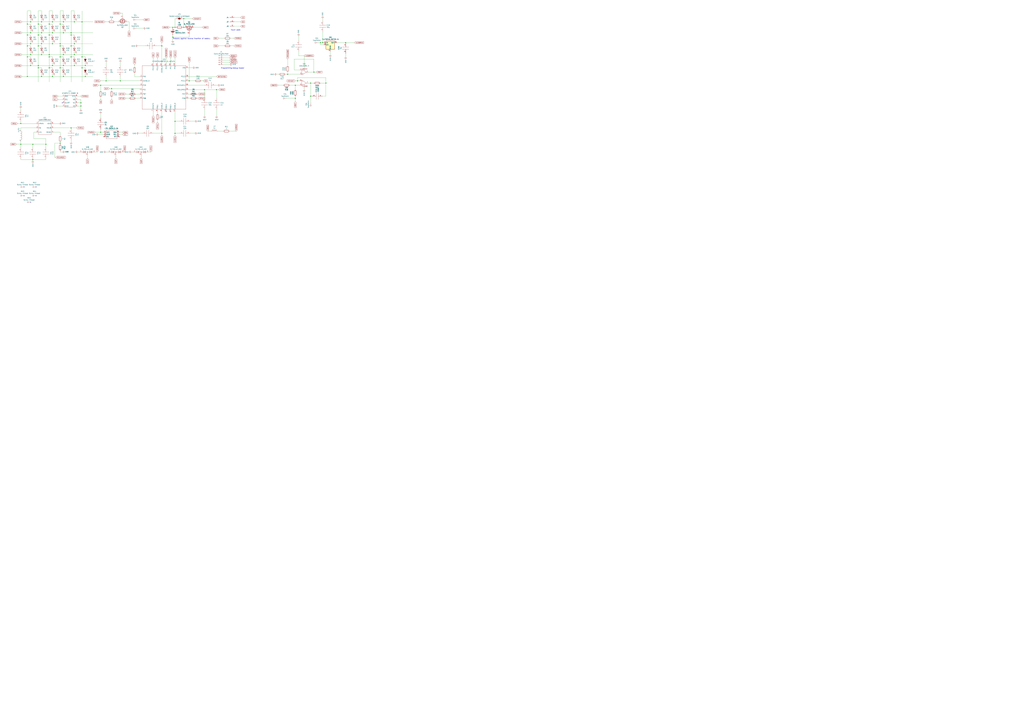
<source format=kicad_sch>
(kicad_sch (version 20200506) (host eeschema "(5.99.0-1555-g464399a0c)")
  (page "A0")
  (junction (at 200.66 31.75))
  (junction (at 203.2 140.97))
  (junction (at 372.11 49.53))
  (junction (at 95.25 78.74))
  (junction (at 44.45 78.74))
  (junction (at 60.96 25.4))
  (junction (at 99.06 76.2))
  (junction (at 139.7 93.98))
  (junction (at 360.68 96.52))
  (junction (at 73.66 25.4))
  (junction (at 342.9 99.06))
  (junction (at 219.71 93.98))
  (junction (at 213.36 21.59))
  (junction (at 86.36 25.4))
  (junction (at 73.66 76.2))
  (junction (at 60.96 76.2))
  (junction (at 35.56 76.2))
  (junction (at 44.45 40.64))
  (junction (at 82.55 38.1))
  (junction (at 24.13 167.64))
  (junction (at 401.32 49.53))
  (junction (at 93.98 123.19))
  (junction (at 200.66 43.18))
  (junction (at 38.1 185.42))
  (junction (at 187.96 53.34))
  (junction (at 82.55 53.34))
  (junction (at 364.49 83.82))
  (junction (at 31.75 27.94))
  (junction (at 60.96 50.8))
  (junction (at 31.75 40.64))
  (junction (at 116.84 153.67))
  (junction (at 57.15 63.5))
  (junction (at 73.66 63.5))
  (junction (at 48.26 25.4))
  (junction (at 95.25 66.04))
  (junction (at 360.68 111.76))
  (junction (at 60.96 38.1))
  (junction (at 86.36 63.5))
  (junction (at 86.36 50.8))
  (junction (at 86.36 76.2))
  (junction (at 345.44 93.98))
  (junction (at 129.54 102.87))
  (junction (at 342.9 114.3))
  (junction (at 44.45 27.94))
  (junction (at 69.85 166.37))
  (junction (at 44.45 53.34))
  (junction (at 95.25 25.4))
  (junction (at 203.2 31.75))
  (junction (at 60.96 88.9))
  (junction (at 82.55 66.04))
  (junction (at 73.66 88.9))
  (junction (at 57.15 66.04))
  (junction (at 69.85 66.04))
  (junction (at 31.75 66.04))
  (junction (at 35.56 63.5))
  (junction (at 48.26 50.8))
  (junction (at 31.75 53.34))
  (junction (at 48.26 63.5))
  (junction (at 73.66 38.1))
  (junction (at 82.55 148.59))
  (junction (at 35.56 38.1))
  (junction (at 35.56 25.4))
  (junction (at 99.06 88.9))
  (junction (at 69.85 27.94))
  (junction (at 57.15 78.74))
  (junction (at 69.85 50.8))
  (junction (at 251.46 104.14))
  (junction (at 334.01 86.36))
  (junction (at 31.75 88.9))
  (junction (at 35.56 50.8))
  (junction (at 53.34 167.64))
  (junction (at 48.26 88.9))
  (junction (at 48.26 38.1))
  (junction (at 93.98 119.38))
  (junction (at 69.85 78.74))
  (junction (at 57.15 40.64))
  (junction (at 203.2 154.94))
  (junction (at 374.65 49.53))
  (junction (at 44.45 76.2))
  (junction (at 57.15 27.94))
  (junction (at 237.49 104.14))
  (junction (at 38.1 167.64))
  (junction (at 69.85 53.34))
  (junction (at 123.19 93.98))
  (junction (at 24.13 143.51))
  (junction (at 82.55 40.64))
  (junction (at 116.84 99.06))
  (junction (at 213.36 31.75))
  (junction (at 378.46 96.52))
  (junction (at 187.96 154.94))
  (no_connect (at 27.94 227.33))
  (no_connect (at 72.39 119.38))
  (no_connect (at 41.91 217.17))
  (no_connect (at 35.56 234.95))
  (no_connect (at 138.43 158.75))
  (no_connect (at 193.04 129.54))
  (no_connect (at 198.12 129.54))
  (no_connect (at 41.91 227.33))
  (no_connect (at 27.94 217.17))
  (wire (pts (xy 19.05 167.64) (xy 24.13 167.64)))
  (wire (pts (xy 24.13 128.27) (xy 24.13 125.73)))
  (wire (pts (xy 24.13 140.97) (xy 24.13 143.51)))
  (wire (pts (xy 24.13 143.51) (xy 20.32 143.51)))
  (wire (pts (xy 24.13 148.59) (xy 24.13 151.13)))
  (wire (pts (xy 24.13 163.83) (xy 24.13 167.64)))
  (wire (pts (xy 24.13 167.64) (xy 38.1 167.64)))
  (wire (pts (xy 24.13 171.45) (xy 24.13 167.64)))
  (wire (pts (xy 24.13 184.15) (xy 24.13 185.42)))
  (wire (pts (xy 24.13 185.42) (xy 38.1 185.42)))
  (wire (pts (xy 25.4 25.4) (xy 35.56 25.4)))
  (wire (pts (xy 25.4 38.1) (xy 35.56 38.1)))
  (wire (pts (xy 25.4 50.8) (xy 35.56 50.8)))
  (wire (pts (xy 25.4 63.5) (xy 35.56 63.5)))
  (wire (pts (xy 25.4 76.2) (xy 35.56 76.2)))
  (wire (pts (xy 25.4 88.9) (xy 31.75 88.9)))
  (wire (pts (xy 31.75 12.7) (xy 31.75 27.94)))
  (wire (pts (xy 31.75 12.7) (xy 35.56 12.7)))
  (wire (pts (xy 31.75 27.94) (xy 31.75 40.64)))
  (wire (pts (xy 31.75 40.64) (xy 31.75 53.34)))
  (wire (pts (xy 31.75 53.34) (xy 31.75 66.04)))
  (wire (pts (xy 31.75 53.34) (xy 35.56 53.34)))
  (wire (pts (xy 31.75 66.04) (xy 31.75 88.9)))
  (wire (pts (xy 31.75 66.04) (xy 35.56 66.04)))
  (wire (pts (xy 31.75 88.9) (xy 48.26 88.9)))
  (wire (pts (xy 35.56 12.7) (xy 35.56 15.24)))
  (wire (pts (xy 35.56 22.86) (xy 35.56 25.4)))
  (wire (pts (xy 35.56 25.4) (xy 48.26 25.4)))
  (wire (pts (xy 35.56 27.94) (xy 31.75 27.94)))
  (wire (pts (xy 35.56 35.56) (xy 35.56 38.1)))
  (wire (pts (xy 35.56 38.1) (xy 48.26 38.1)))
  (wire (pts (xy 35.56 40.64) (xy 31.75 40.64)))
  (wire (pts (xy 35.56 48.26) (xy 35.56 50.8)))
  (wire (pts (xy 35.56 50.8) (xy 48.26 50.8)))
  (wire (pts (xy 35.56 60.96) (xy 35.56 63.5)))
  (wire (pts (xy 35.56 63.5) (xy 48.26 63.5)))
  (wire (pts (xy 35.56 73.66) (xy 35.56 76.2)))
  (wire (pts (xy 35.56 76.2) (xy 44.45 76.2)))
  (wire (pts (xy 38.1 167.64) (xy 38.1 171.45)))
  (wire (pts (xy 38.1 167.64) (xy 53.34 167.64)))
  (wire (pts (xy 38.1 184.15) (xy 38.1 185.42)))
  (wire (pts (xy 38.1 185.42) (xy 38.1 186.69)))
  (wire (pts (xy 39.37 153.67) (xy 41.91 153.67)))
  (wire (pts (xy 39.37 161.29) (xy 39.37 153.67)))
  (wire (pts (xy 41.91 143.51) (xy 24.13 143.51)))
  (wire (pts (xy 41.91 148.59) (xy 24.13 148.59)))
  (wire (pts (xy 44.45 12.7) (xy 44.45 27.94)))
  (wire (pts (xy 44.45 12.7) (xy 48.26 12.7)))
  (wire (pts (xy 44.45 27.94) (xy 44.45 40.64)))
  (wire (pts (xy 44.45 27.94) (xy 48.26 27.94)))
  (wire (pts (xy 44.45 40.64) (xy 44.45 53.34)))
  (wire (pts (xy 44.45 40.64) (xy 48.26 40.64)))
  (wire (pts (xy 44.45 53.34) (xy 44.45 76.2)))
  (wire (pts (xy 44.45 53.34) (xy 48.26 53.34)))
  (wire (pts (xy 44.45 76.2) (xy 44.45 78.74)))
  (wire (pts (xy 44.45 76.2) (xy 60.96 76.2)))
  (wire (pts (xy 44.45 78.74) (xy 44.45 95.25)))
  (wire (pts (xy 44.45 78.74) (xy 48.26 78.74)))
  (wire (pts (xy 48.26 12.7) (xy 48.26 15.24)))
  (wire (pts (xy 48.26 22.86) (xy 48.26 25.4)))
  (wire (pts (xy 48.26 25.4) (xy 60.96 25.4)))
  (wire (pts (xy 48.26 35.56) (xy 48.26 38.1)))
  (wire (pts (xy 48.26 38.1) (xy 60.96 38.1)))
  (wire (pts (xy 48.26 48.26) (xy 48.26 50.8)))
  (wire (pts (xy 48.26 50.8) (xy 60.96 50.8)))
  (wire (pts (xy 48.26 60.96) (xy 48.26 63.5)))
  (wire (pts (xy 48.26 63.5) (xy 57.15 63.5)))
  (wire (pts (xy 48.26 86.36) (xy 48.26 88.9)))
  (wire (pts (xy 48.26 88.9) (xy 60.96 88.9)))
  (wire (pts (xy 53.34 161.29) (xy 39.37 161.29)))
  (wire (pts (xy 53.34 167.64) (xy 53.34 161.29)))
  (wire (pts (xy 53.34 167.64) (xy 53.34 171.45)))
  (wire (pts (xy 53.34 184.15) (xy 53.34 185.42)))
  (wire (pts (xy 53.34 185.42) (xy 38.1 185.42)))
  (wire (pts (xy 57.15 12.7) (xy 57.15 27.94)))
  (wire (pts (xy 57.15 12.7) (xy 60.96 12.7)))
  (wire (pts (xy 57.15 27.94) (xy 57.15 40.64)))
  (wire (pts (xy 57.15 40.64) (xy 57.15 63.5)))
  (wire (pts (xy 57.15 63.5) (xy 57.15 66.04)))
  (wire (pts (xy 57.15 63.5) (xy 73.66 63.5)))
  (wire (pts (xy 57.15 66.04) (xy 57.15 78.74)))
  (wire (pts (xy 57.15 66.04) (xy 60.96 66.04)))
  (wire (pts (xy 57.15 78.74) (xy 57.15 95.25)))
  (wire (pts (xy 57.15 78.74) (xy 60.96 78.74)))
  (wire (pts (xy 60.96 12.7) (xy 60.96 15.24)))
  (wire (pts (xy 60.96 22.86) (xy 60.96 25.4)))
  (wire (pts (xy 60.96 25.4) (xy 73.66 25.4)))
  (wire (pts (xy 60.96 27.94) (xy 57.15 27.94)))
  (wire (pts (xy 60.96 35.56) (xy 60.96 38.1)))
  (wire (pts (xy 60.96 38.1) (xy 73.66 38.1)))
  (wire (pts (xy 60.96 40.64) (xy 57.15 40.64)))
  (wire (pts (xy 60.96 48.26) (xy 60.96 50.8)))
  (wire (pts (xy 60.96 50.8) (xy 69.85 50.8)))
  (wire (pts (xy 60.96 73.66) (xy 60.96 76.2)))
  (wire (pts (xy 60.96 76.2) (xy 73.66 76.2)))
  (wire (pts (xy 60.96 86.36) (xy 60.96 88.9)))
  (wire (pts (xy 60.96 88.9) (xy 73.66 88.9)))
  (wire (pts (xy 62.23 143.51) (xy 68.58 143.51)))
  (wire (pts (xy 62.23 148.59) (xy 82.55 148.59)))
  (wire (pts (xy 62.23 153.67) (xy 69.85 153.67)))
  (wire (pts (xy 63.5 166.37) (xy 69.85 166.37)))
  (wire (pts (xy 63.5 182.88) (xy 63.5 166.37)))
  (wire (pts (xy 64.77 182.88) (xy 63.5 182.88)))
  (wire (pts (xy 69.85 12.7) (xy 69.85 27.94)))
  (wire (pts (xy 69.85 12.7) (xy 73.66 12.7)))
  (wire (pts (xy 69.85 27.94) (xy 69.85 50.8)))
  (wire (pts (xy 69.85 50.8) (xy 69.85 53.34)))
  (wire (pts (xy 69.85 50.8) (xy 86.36 50.8)))
  (wire (pts (xy 69.85 53.34) (xy 69.85 66.04)))
  (wire (pts (xy 69.85 53.34) (xy 73.66 53.34)))
  (wire (pts (xy 69.85 66.04) (xy 69.85 78.74)))
  (wire (pts (xy 69.85 78.74) (xy 69.85 95.25)))
  (wire (pts (xy 69.85 78.74) (xy 73.66 78.74)))
  (wire (pts (xy 69.85 153.67) (xy 69.85 157.48)))
  (wire (pts (xy 69.85 165.1) (xy 69.85 166.37)))
  (wire (pts (xy 69.85 166.37) (xy 69.85 167.64)))
  (wire (pts (xy 69.85 175.26) (xy 69.85 176.53)))
  (wire (pts (xy 69.85 176.53) (xy 72.39 176.53)))
  (wire (pts (xy 72.39 111.76) (xy 67.31 111.76)))
  (wire (pts (xy 72.39 115.57) (xy 67.31 115.57)))
  (wire (pts (xy 72.39 123.19) (xy 67.31 123.19)))
  (wire (pts (xy 73.66 12.7) (xy 73.66 15.24)))
  (wire (pts (xy 73.66 22.86) (xy 73.66 25.4)))
  (wire (pts (xy 73.66 25.4) (xy 86.36 25.4)))
  (wire (pts (xy 73.66 27.94) (xy 69.85 27.94)))
  (wire (pts (xy 73.66 35.56) (xy 73.66 38.1)))
  (wire (pts (xy 73.66 38.1) (xy 82.55 38.1)))
  (wire (pts (xy 73.66 60.96) (xy 73.66 63.5)))
  (wire (pts (xy 73.66 63.5) (xy 86.36 63.5)))
  (wire (pts (xy 73.66 66.04) (xy 69.85 66.04)))
  (wire (pts (xy 73.66 73.66) (xy 73.66 76.2)))
  (wire (pts (xy 73.66 76.2) (xy 86.36 76.2)))
  (wire (pts (xy 73.66 86.36) (xy 73.66 88.9)))
  (wire (pts (xy 73.66 88.9) (xy 99.06 88.9)))
  (wire (pts (xy 82.55 12.7) (xy 82.55 38.1)))
  (wire (pts (xy 82.55 12.7) (xy 86.36 12.7)))
  (wire (pts (xy 82.55 38.1) (xy 82.55 40.64)))
  (wire (pts (xy 82.55 38.1) (xy 107.95 38.1)))
  (wire (pts (xy 82.55 40.64) (xy 82.55 53.34)))
  (wire (pts (xy 82.55 40.64) (xy 86.36 40.64)))
  (wire (pts (xy 82.55 53.34) (xy 82.55 66.04)))
  (wire (pts (xy 82.55 66.04) (xy 82.55 95.25)))
  (wire (pts (xy 82.55 66.04) (xy 86.36 66.04)))
  (wire (pts (xy 82.55 148.59) (xy 82.55 149.86)))
  (wire (pts (xy 82.55 148.59) (xy 88.9 148.59)))
  (wire (pts (xy 82.55 162.56) (xy 82.55 165.1)))
  (wire (pts (xy 86.36 12.7) (xy 86.36 15.24)))
  (wire (pts (xy 86.36 22.86) (xy 86.36 25.4)))
  (wire (pts (xy 86.36 25.4) (xy 95.25 25.4)))
  (wire (pts (xy 86.36 48.26) (xy 86.36 50.8)))
  (wire (pts (xy 86.36 50.8) (xy 107.95 50.8)))
  (wire (pts (xy 86.36 53.34) (xy 82.55 53.34)))
  (wire (pts (xy 86.36 60.96) (xy 86.36 63.5)))
  (wire (pts (xy 86.36 63.5) (xy 107.95 63.5)))
  (wire (pts (xy 86.36 73.66) (xy 86.36 76.2)))
  (wire (pts (xy 86.36 76.2) (xy 99.06 76.2)))
  (wire (pts (xy 90.17 111.76) (xy 93.98 111.76)))
  (wire (pts (xy 90.17 115.57) (xy 93.98 115.57)))
  (wire (pts (xy 92.71 176.53) (xy 90.17 176.53)))
  (wire (pts (xy 93.98 115.57) (xy 93.98 119.38)))
  (wire (pts (xy 93.98 119.38) (xy 90.17 119.38)))
  (wire (pts (xy 93.98 119.38) (xy 93.98 123.19)))
  (wire (pts (xy 93.98 123.19) (xy 90.17 123.19)))
  (wire (pts (xy 93.98 123.19) (xy 93.98 127)))
  (wire (pts (xy 95.25 12.7) (xy 95.25 25.4)))
  (wire (pts (xy 95.25 25.4) (xy 95.25 66.04)))
  (wire (pts (xy 95.25 25.4) (xy 107.95 25.4)))
  (wire (pts (xy 95.25 66.04) (xy 95.25 78.74)))
  (wire (pts (xy 95.25 66.04) (xy 99.06 66.04)))
  (wire (pts (xy 95.25 78.74) (xy 95.25 95.25)))
  (wire (pts (xy 95.25 78.74) (xy 99.06 78.74)))
  (wire (pts (xy 99.06 73.66) (xy 99.06 76.2)))
  (wire (pts (xy 99.06 76.2) (xy 107.95 76.2)))
  (wire (pts (xy 99.06 86.36) (xy 99.06 88.9)))
  (wire (pts (xy 99.06 88.9) (xy 107.95 88.9)))
  (wire (pts (xy 101.6 180.34) (xy 101.6 184.15)))
  (wire (pts (xy 110.49 176.53) (xy 113.03 176.53)))
  (wire (pts (xy 114.3 99.06) (xy 116.84 99.06)))
  (wire (pts (xy 114.3 156.21) (xy 120.65 156.21)))
  (wire (pts (xy 116.84 99.06) (xy 116.84 105.41)))
  (wire (pts (xy 116.84 113.03) (xy 116.84 115.57)))
  (wire (pts (xy 116.84 137.16) (xy 116.84 132.08)))
  (wire (pts (xy 116.84 149.86) (xy 116.84 153.67)))
  (wire (pts (xy 116.84 153.67) (xy 110.49 153.67)))
  (wire (pts (xy 120.65 153.67) (xy 116.84 153.67)))
  (wire (pts (xy 123.19 76.2) (xy 123.19 72.39)))
  (wire (pts (xy 123.19 88.9) (xy 123.19 93.98)))
  (wire (pts (xy 123.19 93.98) (xy 116.84 93.98)))
  (wire (pts (xy 125.73 25.4) (xy 121.92 25.4)))
  (wire (pts (xy 125.73 176.53) (xy 123.19 176.53)))
  (wire (pts (xy 129.54 102.87) (xy 127 102.87)))
  (wire (pts (xy 129.54 102.87) (xy 162.56 102.87)))
  (wire (pts (xy 129.54 105.41) (xy 129.54 102.87)))
  (wire (pts (xy 129.54 113.03) (xy 129.54 115.57)))
  (wire (pts (xy 133.35 25.4) (xy 137.16 25.4)))
  (wire (pts (xy 134.62 180.34) (xy 134.62 184.15)))
  (wire (pts (xy 138.43 153.67) (xy 142.24 153.67)))
  (wire (pts (xy 138.43 156.21) (xy 142.24 156.21)))
  (wire (pts (xy 139.7 76.2) (xy 139.7 72.39)))
  (wire (pts (xy 139.7 88.9) (xy 139.7 93.98)))
  (wire (pts (xy 139.7 93.98) (xy 123.19 93.98)))
  (wire (pts (xy 142.24 15.24) (xy 139.7 15.24)))
  (wire (pts (xy 142.24 17.78) (xy 142.24 15.24)))
  (wire (pts (xy 143.51 176.53) (xy 144.78 176.53)))
  (wire (pts (xy 146.05 109.22) (xy 149.86 109.22)))
  (wire (pts (xy 146.05 114.3) (xy 149.86 114.3)))
  (wire (pts (xy 147.32 25.4) (xy 149.86 25.4)))
  (wire (pts (xy 149.86 25.4) (xy 149.86 35.56)))
  (wire (pts (xy 154.94 176.53) (xy 152.4 176.53)))
  (wire (pts (xy 156.21 74.93) (xy 156.21 77.47)))
  (wire (pts (xy 156.21 85.09) (xy 156.21 88.9)))
  (wire (pts (xy 156.21 88.9) (xy 162.56 88.9)))
  (wire (pts (xy 157.48 109.22) (xy 162.56 109.22)))
  (wire (pts (xy 157.48 114.3) (xy 162.56 114.3)))
  (wire (pts (xy 158.75 22.86) (xy 166.37 22.86)))
  (wire (pts (xy 158.75 33.02) (xy 166.37 33.02)))
  (wire (pts (xy 160.02 53.34) (xy 168.91 53.34)))
  (wire (pts (xy 161.29 154.94) (xy 165.1 154.94)))
  (wire (pts (xy 162.56 93.98) (xy 139.7 93.98)))
  (wire (pts (xy 162.56 99.06) (xy 116.84 99.06)))
  (wire (pts (xy 162.56 102.87) (xy 162.56 104.14)))
  (wire (pts (xy 163.83 180.34) (xy 163.83 184.15)))
  (wire (pts (xy 172.72 176.53) (xy 175.26 176.53)))
  (wire (pts (xy 177.8 73.66) (xy 177.8 67.31)))
  (wire (pts (xy 177.8 129.54) (xy 177.8 134.62)))
  (wire (pts (xy 177.8 154.94) (xy 187.96 154.94)))
  (wire (pts (xy 181.61 53.34) (xy 187.96 53.34)))
  (wire (pts (xy 182.88 73.66) (xy 182.88 67.31)))
  (wire (pts (xy 182.88 129.54) (xy 182.88 132.08)))
  (wire (pts (xy 182.88 139.7) (xy 182.88 142.24)))
  (wire (pts (xy 186.69 53.34) (xy 187.96 53.34)))
  (wire (pts (xy 187.96 49.53) (xy 187.96 53.34)))
  (wire (pts (xy 187.96 53.34) (xy 187.96 73.66)))
  (wire (pts (xy 187.96 129.54) (xy 187.96 154.94)))
  (wire (pts (xy 187.96 154.94) (xy 187.96 157.48)))
  (wire (pts (xy 193.04 73.66) (xy 193.04 67.31)))
  (wire (pts (xy 196.85 31.75) (xy 200.66 31.75)))
  (wire (pts (xy 198.12 67.31) (xy 198.12 73.66)))
  (wire (pts (xy 200.66 31.75) (xy 203.2 31.75)))
  (wire (pts (xy 200.66 33.02) (xy 200.66 31.75)))
  (wire (pts (xy 200.66 40.64) (xy 200.66 43.18)))
  (wire (pts (xy 200.66 43.18) (xy 200.66 46.99)))
  (wire (pts (xy 203.2 21.59) (xy 203.2 31.75)))
  (wire (pts (xy 203.2 31.75) (xy 204.47 31.75)))
  (wire (pts (xy 203.2 67.31) (xy 203.2 73.66)))
  (wire (pts (xy 203.2 129.54) (xy 203.2 140.97)))
  (wire (pts (xy 203.2 140.97) (xy 203.2 154.94)))
  (wire (pts (xy 203.2 140.97) (xy 208.28 140.97)))
  (wire (pts (xy 203.2 154.94) (xy 203.2 157.48)))
  (wire (pts (xy 204.47 21.59) (xy 203.2 21.59)))
  (wire (pts (xy 208.28 154.94) (xy 203.2 154.94)))
  (wire (pts (xy 212.09 21.59) (xy 213.36 21.59)))
  (wire (pts (xy 212.09 31.75) (xy 213.36 31.75)))
  (wire (pts (xy 213.36 21.59) (xy 213.36 31.75)))
  (wire (pts (xy 213.36 31.75) (xy 214.63 31.75)))
  (wire (pts (xy 218.44 78.74) (xy 223.52 78.74)))
  (wire (pts (xy 218.44 88.9) (xy 251.46 88.9)))
  (wire (pts (xy 218.44 93.98) (xy 219.71 93.98)))
  (wire (pts (xy 218.44 99.06) (xy 237.49 99.06)))
  (wire (pts (xy 218.44 104.14) (xy 237.49 104.14)))
  (wire (pts (xy 218.44 109.22) (xy 220.98 109.22)))
  (wire (pts (xy 218.44 114.3) (xy 220.98 114.3)))
  (wire (pts (xy 219.71 43.18) (xy 200.66 43.18)))
  (wire (pts (xy 219.71 43.18) (xy 219.71 39.37)))
  (wire (pts (xy 219.71 93.98) (xy 219.71 72.39)))
  (wire (pts (xy 219.71 93.98) (xy 226.06 93.98)))
  (wire (pts (xy 220.98 140.97) (xy 226.06 140.97)))
  (wire (pts (xy 220.98 154.94) (xy 226.06 154.94)))
  (wire (pts (xy 223.52 21.59) (xy 213.36 21.59)))
  (wire (pts (xy 224.79 31.75) (xy 234.95 31.75)))
  (wire (pts (xy 228.6 109.22) (xy 229.87 109.22)))
  (wire (pts (xy 228.6 114.3) (xy 229.87 114.3)))
  (wire (pts (xy 233.68 93.98) (xy 236.22 93.98)))
  (wire (pts (xy 237.49 104.14) (xy 237.49 114.3)))
  (wire (pts (xy 237.49 104.14) (xy 251.46 104.14)))
  (wire (pts (xy 237.49 127) (xy 237.49 134.62)))
  (wire (pts (xy 245.11 152.4) (xy 241.3 152.4)))
  (wire (pts (xy 250.19 99.06) (xy 252.73 99.06)))
  (wire (pts (xy 251.46 104.14) (xy 251.46 114.3)))
  (wire (pts (xy 251.46 104.14) (xy 254 104.14)))
  (wire (pts (xy 251.46 127) (xy 251.46 134.62)))
  (wire (pts (xy 252.73 152.4) (xy 259.08 152.4)))
  (wire (pts (xy 254 44.45) (xy 260.35 44.45)))
  (wire (pts (xy 254 53.34) (xy 260.35 53.34)))
  (wire (pts (xy 259.08 64.77) (xy 266.7 64.77)))
  (wire (pts (xy 259.08 67.31) (xy 266.7 67.31)))
  (wire (pts (xy 259.08 69.85) (xy 266.7 69.85)))
  (wire (pts (xy 259.08 72.39) (xy 266.7 72.39)))
  (wire (pts (xy 259.08 74.93) (xy 266.7 74.93)))
  (wire (pts (xy 266.7 152.4) (xy 274.32 152.4)))
  (wire (pts (xy 267.97 44.45) (xy 271.78 44.45)))
  (wire (pts (xy 267.97 53.34) (xy 271.78 53.34)))
  (wire (pts (xy 271.78 20.32) (xy 279.4 20.32)))
  (wire (pts (xy 271.78 25.4) (xy 279.4 25.4)))
  (wire (pts (xy 271.78 30.48) (xy 279.4 30.48)))
  (wire (pts (xy 321.31 86.36) (xy 323.85 86.36)))
  (wire (pts (xy 322.58 99.06) (xy 328.93 99.06)))
  (wire (pts (xy 331.47 86.36) (xy 334.01 86.36)))
  (wire (pts (xy 332.74 114.3) (xy 342.9 114.3)))
  (wire (pts (xy 334.01 68.58) (xy 334.01 76.2)))
  (wire (pts (xy 334.01 83.82) (xy 334.01 86.36)))
  (wire (pts (xy 334.01 86.36) (xy 347.98 86.36)))
  (wire (pts (xy 336.55 99.06) (xy 342.9 99.06)))
  (wire (pts (xy 341.63 68.58) (xy 341.63 81.28)))
  (wire (pts (xy 341.63 81.28) (xy 347.98 81.28)))
  (wire (pts (xy 342.9 93.98) (xy 345.44 93.98)))
  (wire (pts (xy 342.9 99.06) (xy 342.9 104.14)))
  (wire (pts (xy 342.9 99.06) (xy 347.98 99.06)))
  (wire (pts (xy 342.9 111.76) (xy 342.9 114.3)))
  (wire (pts (xy 342.9 114.3) (xy 342.9 118.11)))
  (wire (pts (xy 345.44 90.17) (xy 378.46 90.17)))
  (wire (pts (xy 345.44 93.98) (xy 345.44 90.17)))
  (wire (pts (xy 345.44 93.98) (xy 347.98 93.98)))
  (wire (pts (xy 346.71 41.91) (xy 346.71 46.99)))
  (wire (pts (xy 346.71 59.69) (xy 346.71 64.77)))
  (wire (pts (xy 346.71 64.77) (xy 353.06 64.77)))
  (wire (pts (xy 353.06 64.77) (xy 353.06 78.74)))
  (wire (pts (xy 353.06 101.6) (xy 353.06 104.14)))
  (wire (pts (xy 358.14 83.82) (xy 364.49 83.82)))
  (wire (pts (xy 358.14 96.52) (xy 360.68 96.52)))
  (wire (pts (xy 360.68 96.52) (xy 360.68 111.76)))
  (wire (pts (xy 360.68 96.52) (xy 364.49 96.52)))
  (wire (pts (xy 360.68 111.76) (xy 360.68 119.38)))
  (wire (pts (xy 360.68 111.76) (xy 361.95 111.76)))
  (wire (pts (xy 364.49 68.58) (xy 341.63 68.58)))
  (wire (pts (xy 364.49 83.82) (xy 364.49 68.58)))
  (wire (pts (xy 364.49 83.82) (xy 367.03 83.82)))
  (wire (pts (xy 369.57 49.53) (xy 372.11 49.53)))
  (wire (pts (xy 372.11 49.53) (xy 372.11 52.07)))
  (wire (pts (xy 372.11 52.07) (xy 375.92 52.07)))
  (wire (pts (xy 372.11 96.52) (xy 378.46 96.52)))
  (wire (pts (xy 374.65 21.59) (xy 374.65 24.13)))
  (wire (pts (xy 374.65 36.83) (xy 374.65 49.53)))
  (wire (pts (xy 374.65 49.53) (xy 372.11 49.53)))
  (wire (pts (xy 374.65 111.76) (xy 378.46 111.76)))
  (wire (pts (xy 375.92 49.53) (xy 374.65 49.53)))
  (wire (pts (xy 378.46 90.17) (xy 378.46 96.52)))
  (wire (pts (xy 378.46 96.52) (xy 378.46 111.76)))
  (wire (pts (xy 383.54 59.69) (xy 383.54 63.5)))
  (wire (pts (xy 391.16 49.53) (xy 401.32 49.53)))
  (wire (pts (xy 401.32 49.53) (xy 411.48 49.53)))
  (wire (pts (xy 401.32 62.23) (xy 401.32 66.04)))
  (text "Protects against reverse insertion of battery" (at 200.66 45.72 0) (effects (font (size 1.27 1.27)) (justify left bottom)))
  (text "Programming/debug header" (at 256.54 80.01 0) (effects (font (size 1.27 1.27)) (justify left bottom)))
  (text "Touch pads" (at 267.97 35.56 0) (effects (font (size 1.27 1.27)) (justify left bottom)))
  (global_label "VBAT" (shape input) (at 19.05 167.64 180))
  (global_label "VREG" (shape input) (at 20.32 143.51 180))
  (global_label "DPIN1" (shape input) (at 25.4 25.4 180))
  (global_label "DPIN2" (shape input) (at 25.4 38.1 180))
  (global_label "DPIN3" (shape input) (at 25.4 50.8 180))
  (global_label "DPIN4" (shape input) (at 25.4 63.5 180))
  (global_label "DPIN5" (shape input) (at 25.4 76.2 180))
  (global_label "DPIN6" (shape input) (at 25.4 88.9 180))
  (global_label "REGMODE" (shape input) (at 64.77 182.88 0))
  (global_label "SDA" (shape input) (at 67.31 111.76 180))
  (global_label "SCL" (shape input) (at 67.31 115.57 180))
  (global_label "PVREG" (shape input) (at 88.9 148.59 0))
  (global_label "PVREG" (shape input) (at 93.98 111.76 0))
  (global_label "S1P" (shape input) (at 101.6 184.15 270))
  (global_label "PVREG" (shape input) (at 110.49 153.67 180))
  (global_label "VREG" (shape input) (at 113.03 176.53 90))
  (global_label "S2P" (shape input) (at 114.3 99.06 180))
  (global_label "VREG" (shape input) (at 116.84 93.98 180))
  (global_label "S2" (shape input) (at 116.84 115.57 270))
  (global_label "BATSENSE" (shape input) (at 121.92 25.4 180))
  (global_label "S1P" (shape input) (at 127 102.87 180))
  (global_label "S1" (shape input) (at 129.54 115.57 270))
  (global_label "S2P" (shape input) (at 134.62 184.15 270))
  (global_label "DPIN3" (shape input) (at 139.7 15.24 180))
  (global_label "SDA" (shape input) (at 142.24 153.67 0))
  (global_label "SCL" (shape input) (at 142.24 156.21 0))
  (global_label "VREG" (shape input) (at 144.78 176.53 90))
  (global_label "DPIN4" (shape input) (at 146.05 109.22 180))
  (global_label "DPIN5" (shape input) (at 146.05 114.3 180))
  (global_label "VBAT" (shape input) (at 149.86 35.56 270))
  (global_label "DPIN6" (shape input) (at 156.21 74.93 90))
  (global_label "S3P" (shape input) (at 163.83 184.15 270))
  (global_label "VBAT" (shape input) (at 166.37 22.86 0))
  (global_label "VREG" (shape input) (at 175.26 176.53 90))
  (global_label "SCL" (shape input) (at 177.8 67.31 90))
  (global_label "RESET" (shape input) (at 177.8 134.62 270))
  (global_label "SDA" (shape input) (at 182.88 67.31 90))
  (global_label "DPIN1" (shape input) (at 182.88 142.24 270))
  (global_label "VREG" (shape input) (at 187.96 49.53 90))
  (global_label "AVREG" (shape input) (at 187.96 157.48 270))
  (global_label "REGMODE" (shape input) (at 193.04 67.31 90))
  (global_label "VBATO" (shape input) (at 196.85 31.75 180))
  (global_label "SWDIO" (shape input) (at 198.12 67.31 90))
  (global_label "SWCLK" (shape input) (at 203.2 67.31 90))
  (global_label "AVREG" (shape input) (at 203.2 157.48 270))
  (global_label "S3P" (shape input) (at 219.71 72.39 90))
  (global_label "VSHUNT" (shape input) (at 223.52 21.59 0))
  (global_label "DPIN3" (shape input) (at 229.87 109.22 0))
  (global_label "DPIN2" (shape input) (at 229.87 114.3 0))
  (global_label "VBAT" (shape input) (at 234.95 31.75 0))
  (global_label "S3" (shape input) (at 236.22 93.98 0))
  (global_label "VREG" (shape input) (at 241.3 152.4 90))
  (global_label "BATSENSE" (shape input) (at 251.46 88.9 0))
  (global_label "SCL" (shape input) (at 254 44.45 180))
  (global_label "SDA" (shape input) (at 254 53.34 180))
  (global_label "VREG" (shape input) (at 254 104.14 0))
  (global_label "RESET" (shape input) (at 266.7 64.77 0))
  (global_label "VREG" (shape input) (at 266.7 67.31 0))
  (global_label "SWDIO" (shape input) (at 266.7 69.85 0))
  (global_label "SWCLK" (shape input) (at 266.7 72.39 0))
  (global_label "PVREG" (shape input) (at 271.78 44.45 0))
  (global_label "PVREG" (shape input) (at 271.78 53.34 0))
  (global_label "AVREG" (shape input) (at 274.32 152.4 90))
  (global_label "S3" (shape input) (at 279.4 20.32 0))
  (global_label "S2" (shape input) (at 279.4 25.4 0))
  (global_label "S1" (shape input) (at 279.4 30.48 0))
  (global_label "VBATO" (shape input) (at 322.58 99.06 180))
  (global_label "VREGUSB" (shape input) (at 334.01 68.58 90))
  (global_label "VSHUNT" (shape input) (at 342.9 93.98 180))
  (global_label "VREF" (shape input) (at 342.9 118.11 270))
  (global_label "VUSBREG" (shape input) (at 353.06 64.77 0))
  (global_label "VREF" (shape input) (at 367.03 83.82 0))
  (global_label "VUSBREG" (shape input) (at 411.48 49.53 0))
  (symbol (lib_id "Connector:TestPoint") (at 27.94 217.17 90) (unit 1)
    (property "Reference" "MH1" (at 26.1112 212.217 90))
    (property "Value" "Screw thread" (at 26.1112 214.5284 90))
    (property "Footprint" "mlm:97730306330R" (effects hide))
    (property "MPN" "97730306330R" (effects hide))
  )
  (symbol (lib_id "Connector:TestPoint") (at 27.94 227.33 90) (unit 1)
    (property "Reference" "MH3" (at 26.1112 222.377 90))
    (property "Value" "Screw thread" (at 26.1112 224.6884 90))
    (property "Footprint" "mlm:97730306330R" (effects hide))
    (property "MPN" "97730306330R" (effects hide))
  )
  (symbol (lib_id "Connector:TestPoint") (at 35.56 234.95 90) (unit 1)
    (property "Reference" "MH5" (at 33.7312 229.997 90))
    (property "Value" "Screw thread" (at 33.7312 232.3084 90))
    (property "Footprint" "mlm:97730306330R" (effects hide))
    (property "MPN" "97730306330R" (effects hide))
  )
  (symbol (lib_id "Connector:TestPoint") (at 41.91 217.17 90) (unit 1)
    (property "Reference" "MH2" (at 40.0812 212.217 90))
    (property "Value" "Screw thread" (at 40.0812 214.5284 90))
    (property "Footprint" "mlm:97730306330R" (effects hide))
    (property "MPN" "97730306330R" (effects hide))
  )
  (symbol (lib_id "Connector:TestPoint") (at 41.91 227.33 90) (unit 1)
    (property "Reference" "MH4" (at 40.0812 222.377 90))
    (property "Value" "Screw thread" (at 40.0812 224.6884 90))
    (property "Footprint" "mlm:97730306330R" (effects hide))
    (property "MPN" "97730306330R" (effects hide))
  )
  (symbol (lib_id "Connector:TestPoint") (at 158.75 22.86 90) (unit 1)
    (property "Reference" "TP1" (at 156.9212 17.907 90))
    (property "Value" "TestPoint" (at 156.9212 20.2184 90))
    (property "Footprint" "TestPoint:TestPoint_Pad_D1.5mm" (effects hide))
  )
  (symbol (lib_id "Connector:TestPoint") (at 158.75 33.02 90) (unit 1)
    (property "Reference" "TP2" (at 156.9212 28.067 90))
    (property "Value" "TestPoint" (at 156.9212 30.3784 90))
    (property "Footprint" "TestPoint:TestPoint_Pad_D1.5mm" (effects hide))
  )
  (symbol (lib_name "Connector:TestPoint_3") (lib_id "Connector:TestPoint") (at 332.74 114.3 90) (unit 1)
    (property "Reference" "TP4" (at 330.8985 109.4548 90))
    (property "Value" "TestPoint" (at 330.8985 111.7535 90))
    (property "Footprint" "TestPoint:TestPoint_Pad_D1.5mm" (effects hide))
  )
  (symbol (lib_name "Connector:TestPoint_1") (lib_id "Connector:TestPoint") (at 360.68 119.38 180) (unit 1)
    (property "Reference" "TP5" (at 355.8348 121.2215 90))
    (property "Value" "TestPoint" (at 358.1335 121.2215 90))
    (property "Footprint" "TestPoint:TestPoint_Pad_D1.5mm" (effects hide))
  )
  (symbol (lib_name "Connector:TestPoint_2") (lib_id "Connector:TestPoint") (at 369.57 49.53 90) (unit 1)
    (property "Reference" "TP3" (at 367.7285 44.6848 90))
    (property "Value" "TestPoint" (at 367.7285 46.9835 90))
    (property "Footprint" "TestPoint:TestPoint_Pad_3.0x3.0mm" (effects hide))
  )
  (symbol (lib_id "power:GND") (at 24.13 125.73 180) (unit 1)
    (property "Reference" "#PWR01" (effects hide))
    (property "Value" "GND" (at 24.003 122.4788 90) (effects (justify right)))
  )
  (symbol (lib_id "power:GND") (at 38.1 186.69 0) (unit 1)
    (property "Reference" "#PWR03" (effects hide))
    (property "Value" "GND" (at 38.227 189.9412 90) (effects (justify right)))
  )
  (symbol (lib_id "power:GND") (at 67.31 123.19 270) (unit 1)
    (property "Reference" "#PWR0103" (effects hide))
    (property "Value" "GND" (at 62.9158 123.317 0))
  )
  (symbol (lib_id "power:GND") (at 68.58 143.51 90) (unit 1)
    (property "Reference" "#PWR04" (effects hide))
    (property "Value" "GND" (at 71.8312 143.383 90) (effects (justify right)))
  )
  (symbol (lib_id "power:GND") (at 72.39 176.53 90) (unit 1)
    (property "Reference" "#PWR0102" (effects hide))
    (property "Value" "GND" (at 75.6412 176.403 90) (effects (justify right)))
  )
  (symbol (lib_id "power:GND") (at 82.55 165.1 0) (unit 1)
    (property "Reference" "#PWR06" (effects hide))
    (property "Value" "GND" (at 82.677 168.3512 90) (effects (justify right)))
  )
  (symbol (lib_id "power:GND") (at 90.17 176.53 270) (unit 1)
    (property "Reference" "#PWR0104" (effects hide))
    (property "Value" "GND" (at 86.9188 176.657 90) (effects (justify right)))
  )
  (symbol (lib_id "power:GND") (at 93.98 127 0) (unit 1)
    (property "Reference" "#PWR0101" (effects hide))
    (property "Value" "GND" (at 94.107 131.3942 0))
  )
  (symbol (lib_id "power:GND") (at 114.3 156.21 270) (unit 1)
    (property "Reference" "#PWR07" (effects hide))
    (property "Value" "GND" (at 111.0488 156.337 90) (effects (justify right)))
  )
  (symbol (lib_id "power:GND") (at 116.84 132.08 180) (unit 1)
    (property "Reference" "#PWR08" (effects hide))
    (property "Value" "GND" (at 116.713 127.6858 0))
  )
  (symbol (lib_id "power:GND") (at 123.19 72.39 180) (unit 1)
    (property "Reference" "#PWR09" (effects hide))
    (property "Value" "GND" (at 123.063 67.9958 0))
  )
  (symbol (lib_id "power:GND") (at 123.19 176.53 270) (unit 1)
    (property "Reference" "#PWR0105" (effects hide))
    (property "Value" "GND" (at 119.9388 176.657 90) (effects (justify right)))
  )
  (symbol (lib_id "power:GND") (at 139.7 72.39 180) (unit 1)
    (property "Reference" "#PWR010" (effects hide))
    (property "Value" "GND" (at 139.573 67.9958 0))
  )
  (symbol (lib_id "power:GND") (at 152.4 176.53 270) (unit 1)
    (property "Reference" "#PWR0106" (effects hide))
    (property "Value" "GND" (at 149.1488 176.657 90) (effects (justify right)))
  )
  (symbol (lib_id "power:GND") (at 160.02 53.34 270) (unit 1)
    (property "Reference" "#PWR012" (effects hide))
    (property "Value" "GND" (at 156.7688 53.467 90) (effects (justify right)))
  )
  (symbol (lib_id "power:GND") (at 161.29 154.94 270) (unit 1)
    (property "Reference" "#PWR013" (effects hide))
    (property "Value" "GND" (at 158.0388 155.067 90) (effects (justify right)))
  )
  (symbol (lib_id "power:GND") (at 166.37 33.02 90) (unit 1)
    (property "Reference" "#PWR0109" (effects hide))
    (property "Value" "GND" (at 169.6212 32.893 90) (effects (justify right)))
  )
  (symbol (lib_id "power:GND") (at 200.66 46.99 0) (unit 1)
    (property "Reference" "#PWR014" (effects hide))
    (property "Value" "GND" (at 200.787 51.3842 0))
  )
  (symbol (lib_id "power:GND") (at 223.52 78.74 90) (unit 1)
    (property "Reference" "#PWR015" (effects hide))
    (property "Value" "GND" (at 226.7712 78.613 90) (effects (justify right)))
  )
  (symbol (lib_id "power:GND") (at 226.06 140.97 90) (unit 1)
    (property "Reference" "#PWR016" (effects hide))
    (property "Value" "GND" (at 229.3112 140.843 90) (effects (justify right)))
  )
  (symbol (lib_id "power:GND") (at 226.06 154.94 90) (unit 1)
    (property "Reference" "#PWR017" (effects hide))
    (property "Value" "GND" (at 229.3112 154.813 90) (effects (justify right)))
  )
  (symbol (lib_id "power:GND") (at 237.49 134.62 0) (unit 1)
    (property "Reference" "#PWR018" (effects hide))
    (property "Value" "GND" (at 237.617 139.0142 0))
  )
  (symbol (lib_id "power:GND") (at 251.46 134.62 0) (unit 1)
    (property "Reference" "#PWR019" (effects hide))
    (property "Value" "GND" (at 251.587 139.0142 0))
  )
  (symbol (lib_id "power:GND") (at 252.73 99.06 90) (unit 1)
    (property "Reference" "#PWR020" (effects hide))
    (property "Value" "GND" (at 255.9812 98.933 90) (effects (justify right)))
  )
  (symbol (lib_id "power:GND") (at 266.7 74.93 90) (unit 1)
    (property "Reference" "#PWR021" (effects hide))
    (property "Value" "GND" (at 269.9512 74.803 90) (effects (justify right)))
  )
  (symbol (lib_id "power:GND") (at 321.31 86.36 270) (unit 1)
    (property "Reference" "#PWR0107" (effects hide))
    (property "Value" "GND" (at 318.0588 86.487 90) (effects (justify right)))
  )
  (symbol (lib_id "power:GND") (at 346.71 41.91 180) (unit 1)
    (property "Reference" "#PWR0110" (effects hide))
    (property "Value" "GND" (at 346.583 38.6588 90) (effects (justify right)))
  )
  (symbol (lib_id "power:GND") (at 353.06 104.14 0) (unit 1)
    (property "Reference" "#PWR0108" (effects hide))
    (property "Value" "GND" (at 353.187 107.3912 90) (effects (justify right)))
  )
  (symbol (lib_id "power:GND") (at 374.65 21.59 180) (unit 1)
    (property "Reference" "#PWR0113" (effects hide))
    (property "Value" "GND" (at 374.523 18.3388 90) (effects (justify right)))
  )
  (symbol (lib_id "power:GND") (at 383.54 63.5 0) (unit 1)
    (property "Reference" "#PWR0111" (effects hide))
    (property "Value" "GND" (at 383.667 66.7512 90) (effects (justify right)))
  )
  (symbol (lib_id "power:GND") (at 401.32 66.04 0) (unit 1)
    (property "Reference" "#PWR0112" (effects hide))
    (property "Value" "GND" (at 401.447 69.2912 90) (effects (justify right)))
  )
  (symbol (lib_id "Connector:Conn_01x01_Female") (at 266.7 20.32 180) (unit 1)
    (property "Reference" "J4" (at 264.16 20.32 0))
    (property "Value" " " (at 269.4432 16.9164 0))
    (property "Footprint" "mlm:TOUCHPAD" (effects hide))
  )
  (symbol (lib_id "Connector:Conn_01x01_Female") (at 266.7 25.4 180) (unit 1)
    (property "Reference" "J2" (at 264.16 25.4 0))
    (property "Value" " " (at 269.4432 21.9964 0))
    (property "Footprint" "mlm:TOUCHPAD" (effects hide))
  )
  (symbol (lib_id "Connector:Conn_01x01_Female") (at 266.7 30.48 180) (unit 1)
    (property "Reference" "J3" (at 264.16 30.48 0))
    (property "Value" " " (at 269.4432 27.0764 0))
    (property "Footprint" "mlm:TOUCHPAD" (effects hide))
  )
  (symbol (lib_id "Device:L_Core_Ferrite") (at 248.92 152.4 90) (unit 1)
    (property "Reference" "L2" (at 248.92 146.685 90))
    (property "Value" "1k" (at 248.92 148.9964 90))
    (property "Footprint" "mlm:0805" (effects hide))
    (property "MPN" "BLM21BD102SN1D" (effects hide))
  )
  (symbol (lib_id "Device:R") (at 69.85 161.29 180) (unit 1)
    (property "Reference" "R2" (at 75.1078 161.29 90))
    (property "Value" "1" (at 72.7964 161.29 90))
    (property "Footprint" "mlm:0603" (effects hide))
    (property "MPN" "ERJ3RQF1R0V" (effects hide))
  )
  (symbol (lib_id "Device:R") (at 69.85 171.45 180) (unit 1)
    (property "Reference" "R12" (at 75.1078 171.45 90))
    (property "Value" "10k" (at 72.7964 171.45 90))
    (property "Footprint" "mlm:0603" (effects hide))
    (property "MPN" "RNCP0603FTD10K0" (effects hide))
  )
  (symbol (lib_id "Device:R") (at 116.84 109.22 180) (unit 1)
    (property "Reference" "R13" (at 122.0978 109.22 90))
    (property "Value" "100" (at 119.7864 109.22 90))
    (property "Footprint" "mlm:0603" (effects hide))
    (property "MPN" "RMCF0603FG1K00" (effects hide))
  )
  (symbol (lib_id "Device:R") (at 129.54 25.4 270) (unit 1)
    (property "Reference" "R16" (at 129.54 20.1422 90))
    (property "Value" "1" (at 129.54 22.4536 90))
    (property "Footprint" "mlm:0603" (effects hide))
    (property "MPN" "ERJ3RQF1R0V" (effects hide))
  )
  (symbol (lib_id "Device:R") (at 129.54 109.22 180) (unit 1)
    (property "Reference" "R14" (at 134.7978 109.22 90))
    (property "Value" "100" (at 132.4864 109.22 90))
    (property "Footprint" "mlm:0603" (effects hide))
    (property "MPN" "RC0603FR-07100RL" (effects hide))
  )
  (symbol (lib_name "Device:R_6") (lib_id "Device:R") (at 153.67 109.22 270) (unit 1)
    (property "Reference" "R3" (at 153.67 103.9622 90))
    (property "Value" "9.1" (at 153.67 106.2736 90))
    (property "Footprint" "mlm:0603" (effects hide))
    (property "MPN" "CRCW06039R10FKEA" (effects hide))
  )
  (symbol (lib_name "Device:R_5") (lib_id "Device:R") (at 153.67 114.3 270) (unit 1)
    (property "Reference" "R4" (at 153.67 109.0422 90))
    (property "Value" "9.1" (at 153.67 111.3536 90))
    (property "Footprint" "mlm:0603" (effects hide))
    (property "MPN" "CRCW06039R10FKEA" (effects hide))
  )
  (symbol (lib_id "Device:R") (at 156.21 81.28 0) (unit 1)
    (property "Reference" "R5" (at 150.9522 81.28 90))
    (property "Value" "27" (at 153.2636 81.28 90))
    (property "Footprint" "mlm:0603" (effects hide))
    (property "MPN" "RMCF0603FT27R0" (effects hide))
  )
  (symbol (lib_name "Device:R_9") (lib_id "Device:R") (at 182.88 135.89 180) (unit 1)
    (property "Reference" "R6" (at 188.1378 135.89 90))
    (property "Value" "9.1" (at 185.8264 135.89 90))
    (property "Footprint" "mlm:0603" (effects hide))
    (property "MPN" "CRCW06039R10FKEA" (effects hide))
  )
  (symbol (lib_name "Device:R_1") (lib_id "Device:R") (at 208.28 31.75 270) (unit 1)
    (property "Reference" "R1" (at 208.28 26.4922 90))
    (property "Value" "100" (at 208.28 28.8036 90))
    (property "Footprint" "mlm:0603" (effects hide))
    (property "MPN" "ERA-3AEB101V" (effects hide))
  )
  (symbol (lib_name "Device:R_8") (lib_id "Device:R") (at 224.79 109.22 270) (unit 1)
    (property "Reference" "R9" (at 224.79 103.9622 90))
    (property "Value" "9.1" (at 224.79 106.2736 90))
    (property "Footprint" "mlm:0603" (effects hide))
    (property "MPN" "CRCW06039R10FKEA" (effects hide))
  )
  (symbol (lib_name "Device:R_7") (lib_id "Device:R") (at 224.79 114.3 270) (unit 1)
    (property "Reference" "R10" (at 224.79 109.0422 90))
    (property "Value" "9.1" (at 224.79 111.3536 90))
    (property "Footprint" "mlm:0603" (effects hide))
    (property "MPN" "CRCW06039R10FKEA" (effects hide))
  )
  (symbol (lib_id "Device:R") (at 229.87 93.98 270) (unit 1)
    (property "Reference" "R15" (at 229.87 88.7222 90))
    (property "Value" "100" (at 229.87 91.0336 90))
    (property "Footprint" "mlm:0603" (effects hide))
    (property "MPN" "RC0603FR-07100RL" (effects hide))
  )
  (symbol (lib_id "Device:R") (at 262.89 152.4 270) (unit 1)
    (property "Reference" "R11" (at 262.89 147.1422 90))
    (property "Value" "1" (at 262.89 149.4536 90))
    (property "Footprint" "mlm:0603" (effects hide))
    (property "MPN" "ERJ3RQF1R0V" (effects hide))
  )
  (symbol (lib_id "Device:R") (at 264.16 44.45 270) (unit 1)
    (property "Reference" "R7" (at 264.16 39.1922 90))
    (property "Value" "10k" (at 264.16 41.5036 90))
    (property "Footprint" "mlm:0603" (effects hide))
    (property "MPN" "RNCP0603FTD10K0" (effects hide))
  )
  (symbol (lib_id "Device:R") (at 264.16 53.34 270) (unit 1)
    (property "Reference" "R8" (at 264.16 48.0822 90))
    (property "Value" "10k" (at 264.16 50.3936 90))
    (property "Footprint" "mlm:0603" (effects hide))
    (property "MPN" "RNCP0603FTD10K0" (effects hide))
  )
  (symbol (lib_name "Device:R_10") (lib_id "Device:R") (at 327.66 86.36 90) (unit 1)
    (property "Reference" "R17" (at 327.66 91.6178 90))
    (property "Value" "7.5k" (at 327.66 89.3064 90))
    (property "Footprint" "mlm:0603" (effects hide))
    (property "MPN" "ERJ-PB3B7501V" (effects hide))
  )
  (symbol (lib_name "Device:R_2") (lib_id "Device:R") (at 332.74 99.06 90) (unit 1)
    (property "Reference" "R18" (at 332.74 104.3178 90))
    (property "Value" "100" (at 332.74 102.0064 90))
    (property "Footprint" "mlm:0603" (effects hide))
    (property "MPN" "ERA-3AEB101V" (effects hide))
  )
  (symbol (lib_name "Device:R_11") (lib_id "Device:R") (at 334.01 80.01 0) (unit 1)
    (property "Reference" "R19" (at 328.7522 80.01 90))
    (property "Value" "330k" (at 331.064 80.01 90))
    (property "Footprint" "mlm:0603" (effects hide))
    (property "MPN" "ERA-3AEB334V" (effects hide))
  )
  (symbol (lib_name "Device:R_3") (lib_id "Device:R") (at 342.9 107.95 0) (unit 1)
    (property "Reference" "R20" (at 337.6422 107.95 90))
    (property "Value" "100k" (at 339.954 107.95 90))
    (property "Footprint" "mlm:0603" (effects hide))
    (property "MPN" "ERA-3ARB104V" (effects hide))
  )
  (symbol (lib_name "Device:R_4") (lib_id "Device:R") (at 368.3 96.52 90) (unit 1)
    (property "Reference" "R21" (at 368.3 101.7778 90))
    (property "Value" "100k" (at 368.3 99.4664 90))
    (property "Footprint" "mlm:0603" (effects hide))
    (property "MPN" "ERA-3ARB104V" (effects hide))
  )
  (symbol (lib_id "Jumper:SolderJumper_2_Bridged") (at 208.28 21.59 0) (unit 1)
    (property "Reference" "JP1" (at 208.28 16.4908 0))
    (property "Value" "SolderJumper_2_Bridged" (at 208.28 18.7895 0))
    (property "Footprint" "Jumper:SolderJumper-2_P1.3mm_Open_Pad1.0x1.5mm" (effects hide))
  )
  (symbol (lib_id "pspice:INDUCTOR") (at 24.13 157.48 270) (unit 1)
    (property "Reference" "L1" (at 21.59 149.479 0))
    (property "Value" "4u7" (at 21.59 151.7904 0))
    (property "Footprint" "mlm:VLS3015CX-4R7M-1" (effects hide))
    (property "MPN" "VLS3015CX-4R7M-1" (effects hide))
  )
  (symbol (lib_id "Device:LED") (at 35.56 19.05 90) (unit 1)
    (property "Reference" "D1" (at 38.5318 18.0594 90) (effects (justify right)))
    (property "Value" "LED" (at 38.5318 20.3708 90) (effects (justify right)))
    (property "Footprint" "mlm:dual0402" (effects hide))
    (property "MPN" "VLMB1500-GS08" (effects hide))
  )
  (symbol (lib_id "Device:LED") (at 35.56 31.75 90) (unit 1)
    (property "Reference" "D2" (at 38.5318 30.7594 90) (effects (justify right)))
    (property "Value" "LED" (at 38.5318 33.0708 90) (effects (justify right)))
    (property "Footprint" "mlm:dual0402" (effects hide))
    (property "MPN" "VLMB1500-GS08" (effects hide))
  )
  (symbol (lib_id "Device:LED") (at 35.56 44.45 90) (unit 1)
    (property "Reference" "D3" (at 38.5318 43.4594 90) (effects (justify right)))
    (property "Value" "LED" (at 38.5318 45.7708 90) (effects (justify right)))
    (property "Footprint" "mlm:dual0402" (effects hide))
    (property "MPN" "VLMB1500-GS08" (effects hide))
  )
  (symbol (lib_id "Device:LED") (at 35.56 57.15 90) (unit 1)
    (property "Reference" "D4" (at 38.5318 56.1594 90) (effects (justify right)))
    (property "Value" "LED" (at 38.5318 58.4708 90) (effects (justify right)))
    (property "Footprint" "mlm:dual0402" (effects hide))
    (property "MPN" "VLMB1500-GS08" (effects hide))
  )
  (symbol (lib_id "Device:LED") (at 35.56 69.85 90) (unit 1)
    (property "Reference" "D5" (at 38.5318 68.8594 90) (effects (justify right)))
    (property "Value" "LED" (at 38.5318 71.1708 90) (effects (justify right)))
    (property "Footprint" "mlm:dual0402" (effects hide))
    (property "MPN" "VLMB1500-GS08" (effects hide))
  )
  (symbol (lib_id "Device:LED") (at 48.26 19.05 90) (unit 1)
    (property "Reference" "D6" (at 51.2318 18.0594 90) (effects (justify right)))
    (property "Value" "LED" (at 51.2318 20.3708 90) (effects (justify right)))
    (property "Footprint" "mlm:dual0402" (effects hide))
    (property "MPN" "VLMB1500-GS08" (effects hide))
  )
  (symbol (lib_id "Device:LED") (at 48.26 31.75 90) (unit 1)
    (property "Reference" "D7" (at 51.2318 30.7594 90) (effects (justify right)))
    (property "Value" "LED" (at 51.2318 33.0708 90) (effects (justify right)))
    (property "Footprint" "mlm:dual0402" (effects hide))
    (property "MPN" "VLMB1500-GS08" (effects hide))
  )
  (symbol (lib_id "Device:LED") (at 48.26 44.45 90) (unit 1)
    (property "Reference" "D8" (at 51.2318 43.4594 90) (effects (justify right)))
    (property "Value" "LED" (at 51.2318 45.7708 90) (effects (justify right)))
    (property "Footprint" "mlm:dual0402" (effects hide))
    (property "MPN" "VLMB1500-GS08" (effects hide))
  )
  (symbol (lib_id "Device:LED") (at 48.26 57.15 90) (unit 1)
    (property "Reference" "D9" (at 51.2318 56.1594 90) (effects (justify right)))
    (property "Value" "LED" (at 51.2318 58.4708 90) (effects (justify right)))
    (property "Footprint" "mlm:dual0402" (effects hide))
    (property "MPN" "VLMB1500-GS08" (effects hide))
  )
  (symbol (lib_id "Device:LED") (at 48.26 82.55 90) (unit 1)
    (property "Reference" "D10" (at 51.2572 81.5594 90) (effects (justify right)))
    (property "Value" "LED" (at 51.2572 83.8708 90) (effects (justify right)))
    (property "Footprint" "mlm:dual0402" (effects hide))
    (property "MPN" "VLMB1500-GS08" (effects hide))
  )
  (symbol (lib_id "Device:LED") (at 60.96 19.05 90) (unit 1)
    (property "Reference" "D11" (at 63.9572 18.0594 90) (effects (justify right)))
    (property "Value" "LED" (at 63.9572 20.3708 90) (effects (justify right)))
    (property "Footprint" "mlm:dual0402" (effects hide))
    (property "MPN" "VLMB1500-GS08" (effects hide))
  )
  (symbol (lib_id "Device:LED") (at 60.96 31.75 90) (unit 1)
    (property "Reference" "D12" (at 63.9572 30.7594 90) (effects (justify right)))
    (property "Value" "LED" (at 63.9572 33.0708 90) (effects (justify right)))
    (property "Footprint" "mlm:dual0402" (effects hide))
    (property "MPN" "VLMB1500-GS08" (effects hide))
  )
  (symbol (lib_id "Device:LED") (at 60.96 44.45 90) (unit 1)
    (property "Reference" "D13" (at 63.9572 43.4594 90) (effects (justify right)))
    (property "Value" "LED" (at 63.9572 45.7708 90) (effects (justify right)))
    (property "Footprint" "mlm:dual0402" (effects hide))
    (property "MPN" "VLMB1500-GS08" (effects hide))
  )
  (symbol (lib_id "Device:LED") (at 60.96 69.85 90) (unit 1)
    (property "Reference" "D14" (at 63.9572 68.8594 90) (effects (justify right)))
    (property "Value" "LED" (at 63.9572 71.1708 90) (effects (justify right)))
    (property "Footprint" "mlm:dual0402" (effects hide))
    (property "MPN" "VLMB1500-GS08" (effects hide))
  )
  (symbol (lib_id "Device:LED") (at 60.96 82.55 90) (unit 1)
    (property "Reference" "D15" (at 63.9572 81.5594 90) (effects (justify right)))
    (property "Value" "LED" (at 63.9572 83.8708 90) (effects (justify right)))
    (property "Footprint" "mlm:dual0402" (effects hide))
    (property "MPN" "VLMB1500-GS08" (effects hide))
  )
  (symbol (lib_id "Device:LED") (at 73.66 19.05 90) (unit 1)
    (property "Reference" "D16" (at 76.6572 18.0594 90) (effects (justify right)))
    (property "Value" "LED" (at 76.6572 20.3708 90) (effects (justify right)))
    (property "Footprint" "mlm:dual0402" (effects hide))
    (property "MPN" "VLMB1500-GS08" (effects hide))
  )
  (symbol (lib_id "Device:LED") (at 73.66 31.75 90) (unit 1)
    (property "Reference" "D17" (at 76.6572 30.7594 90) (effects (justify right)))
    (property "Value" "LED" (at 76.6572 33.0708 90) (effects (justify right)))
    (property "Footprint" "mlm:dual0402" (effects hide))
    (property "MPN" "VLMB1500-GS08" (effects hide))
  )
  (symbol (lib_id "Device:LED") (at 73.66 57.15 90) (unit 1)
    (property "Reference" "D18" (at 76.6572 56.1594 90) (effects (justify right)))
    (property "Value" "LED" (at 76.6572 58.4708 90) (effects (justify right)))
    (property "Footprint" "mlm:dual0402" (effects hide))
    (property "MPN" "VLMB1500-GS08" (effects hide))
  )
  (symbol (lib_id "Device:LED") (at 73.66 69.85 90) (unit 1)
    (property "Reference" "D19" (at 76.6572 68.8594 90) (effects (justify right)))
    (property "Value" "LED" (at 76.6572 71.1708 90) (effects (justify right)))
    (property "Footprint" "mlm:dual0402" (effects hide))
    (property "MPN" "VLMB1500-GS08" (effects hide))
  )
  (symbol (lib_id "Device:LED") (at 73.66 82.55 90) (unit 1)
    (property "Reference" "D20" (at 76.6572 81.5594 90) (effects (justify right)))
    (property "Value" "LED" (at 76.6572 83.8708 90) (effects (justify right)))
    (property "Footprint" "mlm:dual0402" (effects hide))
    (property "MPN" "VLMB1500-GS08" (effects hide))
  )
  (symbol (lib_id "Device:LED") (at 86.36 19.05 90) (unit 1)
    (property "Reference" "D21" (at 89.3572 18.0594 90) (effects (justify right)))
    (property "Value" "LED" (at 89.3572 20.3708 90) (effects (justify right)))
    (property "Footprint" "mlm:dual0402" (effects hide))
    (property "MPN" "VLMB1500-GS08" (effects hide))
  )
  (symbol (lib_id "Device:LED") (at 86.36 44.45 90) (unit 1)
    (property "Reference" "D22" (at 89.3572 43.4594 90) (effects (justify right)))
    (property "Value" "LED" (at 89.3572 45.7708 90) (effects (justify right)))
    (property "Footprint" "mlm:dual0402" (effects hide))
    (property "MPN" "VLMB1500-GS08" (effects hide))
  )
  (symbol (lib_id "Device:LED") (at 86.36 57.15 90) (unit 1)
    (property "Reference" "D23" (at 89.3572 56.1594 90) (effects (justify right)))
    (property "Value" "LED" (at 89.3572 58.4708 90) (effects (justify right)))
    (property "Footprint" "mlm:dual0402" (effects hide))
    (property "MPN" "VLMB1500-GS08" (effects hide))
  )
  (symbol (lib_id "Device:LED") (at 86.36 69.85 90) (unit 1)
    (property "Reference" "D24" (at 89.3572 68.8594 90) (effects (justify right)))
    (property "Value" "LED" (at 89.3572 71.1708 90) (effects (justify right)))
    (property "Footprint" "mlm:dual0402" (effects hide))
    (property "MPN" "VLMB1500-GS08" (effects hide))
  )
  (symbol (lib_id "Device:LED_ALT") (at 99.06 69.85 90) (unit 1)
    (property "Reference" "D25" (at 102.0572 68.8594 90) (effects (justify right)))
    (property "Value" "LED_ALT" (at 102.0572 71.1708 90) (effects (justify right)))
    (property "Footprint" "mlm:dual0402" (effects hide))
  )
  (symbol (lib_id "Device:LED_ALT") (at 99.06 82.55 90) (unit 1)
    (property "Reference" "D26" (at 102.0572 81.5594 90) (effects (justify right)))
    (property "Value" "LED_ALT" (at 102.0572 83.8708 90) (effects (justify right)))
    (property "Footprint" "mlm:dual0402" (effects hide))
  )
  (symbol (lib_id "Device:Battery_Cell") (at 200.66 38.1 0) (unit 1)
    (property "Reference" "BT1" (at 203.6572 35.6616 0) (effects (justify left)))
    (property "Value" "Battery_Cell" (at 203.6572 37.973 0) (effects (justify left)))
    (property "Footprint" "mlm:BK-5067" (effects hide))
    (property "MPN" "KEYSTONE/3002" (effects hide))
  )
  (symbol (lib_id "Connector:Conn_01x05_Male") (at 254 69.85 0) (unit 1)
    (property "Reference" "J1" (at 256.7432 60.1726 0))
    (property "Value" "Conn_01x05_Male" (at 256.7432 62.484 0))
    (property "Footprint" "mlm:M20-7910542R" (effects hide))
    (property "MPN" "M20-7910542R" (effects hide))
  )
  (symbol (lib_id "pspice:CAP") (at 24.13 134.62 180) (unit 1)
    (property "Reference" "C1" (at 32.131 134.62 90))
    (property "Value" "10u" (at 29.8196 134.62 90))
    (property "Footprint" "mlm:0603" (effects hide))
    (property "MPN" "GRM188R60J106ME84D" (effects hide))
  )
  (symbol (lib_id "pspice:CAP") (at 24.13 177.8 180) (unit 1)
    (property "Reference" "C2" (at 32.131 177.8 90))
    (property "Value" "10u" (at 29.8196 177.8 90))
    (property "Footprint" "mlm:0603" (effects hide))
    (property "MPN" "GRM188R60J106ME84D" (effects hide))
  )
  (symbol (lib_id "pspice:CAP") (at 38.1 177.8 180) (unit 1)
    (property "Reference" "C3" (at 46.101 177.8 90))
    (property "Value" "10u" (at 43.7896 177.8 90))
    (property "Footprint" "mlm:0603" (effects hide))
    (property "MPN" "GRM188R60J106ME84D" (effects hide))
  )
  (symbol (lib_id "pspice:CAP") (at 53.34 177.8 180) (unit 1)
    (property "Reference" "C16" (at 61.341 177.8 90))
    (property "Value" "10u" (at 59.0296 177.8 90))
    (property "Footprint" "mlm:0603" (effects hide))
    (property "MPN" "GRM188R60J106ME84D" (effects hide))
  )
  (symbol (lib_id "pspice:CAP") (at 82.55 156.21 180) (unit 1)
    (property "Reference" "C4" (at 90.551 156.21 90))
    (property "Value" "10u" (at 88.2396 156.21 90))
    (property "Footprint" "mlm:0603" (effects hide))
    (property "MPN" "GRM188R60J106ME84D" (effects hide))
  )
  (symbol (lib_id "pspice:CAP") (at 116.84 143.51 180) (unit 1)
    (property "Reference" "C5" (at 121.3612 142.3416 0) (effects (justify right)))
    (property "Value" "1u" (at 121.3612 144.653 0) (effects (justify right)))
    (property "Footprint" "mlm:0603" (effects hide))
    (property "MPN" "CL10B105KP8NNNC" (effects hide))
  )
  (symbol (lib_id "pspice:CAP") (at 123.19 82.55 180) (unit 1)
    (property "Reference" "C6" (at 127.7112 81.3816 0) (effects (justify right)))
    (property "Value" "10u" (at 127.7112 83.693 0) (effects (justify right)))
    (property "Footprint" "mlm:0603" (effects hide))
    (property "MPN" "GRM188R60J106ME84D" (effects hide))
  )
  (symbol (lib_id "pspice:CAP") (at 139.7 82.55 180) (unit 1)
    (property "Reference" "C7" (at 144.2212 81.3816 0) (effects (justify right)))
    (property "Value" "u1" (at 144.2212 83.693 0) (effects (justify right)))
    (property "Footprint" "mlm:0603" (effects hide))
    (property "MPN" "885012206020" (effects hide))
  )
  (symbol (lib_id "pspice:CAP") (at 171.45 154.94 90) (unit 1)
    (property "Reference" "C8" (at 171.45 146.939 90))
    (property "Value" "10n" (at 171.45 149.2504 90))
    (property "Footprint" "mlm:0603" (effects hide))
    (property "MPN" "CL10B103KB8NNNC" (effects hide))
  )
  (symbol (lib_id "pspice:CAP") (at 175.26 53.34 90) (unit 1)
    (property "Reference" "C9" (at 175.26 45.339 90))
    (property "Value" "u1" (at 175.26 47.6504 90))
    (property "Footprint" "mlm:0603" (effects hide))
    (property "MPN" "885012206020" (effects hide))
  )
  (symbol (lib_id "pspice:CAP") (at 214.63 140.97 90) (unit 1)
    (property "Reference" "C10" (at 214.63 132.969 90))
    (property "Value" "10u" (at 214.63 135.2804 90))
    (property "Footprint" "mlm:0603" (effects hide))
    (property "MPN" "GRM188R60J106ME84D" (effects hide))
  )
  (symbol (lib_id "pspice:CAP") (at 214.63 154.94 90) (unit 1)
    (property "Reference" "C11" (at 214.63 146.939 90))
    (property "Value" "10n" (at 214.63 149.2504 90))
    (property "Footprint" "mlm:0603" (effects hide))
    (property "MPN" "CL10B103KB8NNNC" (effects hide))
  )
  (symbol (lib_id "pspice:CAP") (at 237.49 120.65 180) (unit 1)
    (property "Reference" "C12" (at 242.0112 119.4816 0) (effects (justify right)))
    (property "Value" "10u" (at 242.0112 121.793 0) (effects (justify right)))
    (property "Footprint" "mlm:0603" (effects hide))
    (property "MPN" "GRM188R60J106ME84D" (effects hide))
  )
  (symbol (lib_id "pspice:CAP") (at 243.84 99.06 270) (unit 1)
    (property "Reference" "C13" (at 243.84 91.059 90))
    (property "Value" "1u" (at 243.84 93.3704 90))
    (property "Footprint" "mlm:0603" (effects hide))
    (property "MPN" "CL10B105KP8NNNC" (effects hide))
  )
  (symbol (lib_name "pspice:CAP_3") (lib_id "pspice:CAP") (at 251.46 120.65 180) (unit 1)
    (property "Reference" "C14" (at 255.9812 119.4816 0) (effects (justify right)))
    (property "Value" "u1" (at 255.9812 121.793 0) (effects (justify right)))
    (property "Footprint" "mlm:0603" (effects hide))
    (property "MPN" "885012206020" (effects hide))
  )
  (symbol (lib_name "pspice:CAP_2") (lib_id "pspice:CAP") (at 346.71 53.34 0) (unit 1)
    (property "Reference" "C17" (at 342.1888 54.5084 0) (effects (justify right)))
    (property "Value" "u1" (at 342.189 52.197 0) (effects (justify right)))
    (property "Footprint" "mlm:0603" (effects hide))
    (property "MPN" "GRM188R60J106ME84D" (effects hide))
  )
  (symbol (lib_name "pspice:CAP_1") (lib_id "pspice:CAP") (at 368.3 111.76 270) (unit 1)
    (property "Reference" "C15" (at 367.1316 107.2388 0) (effects (justify right)))
    (property "Value" "100p" (at 369.443 107.2388 0) (effects (justify right)))
    (property "Footprint" "mlm:0603" (effects hide))
    (property "MPN" "CC0603JRNPO9BN101" (effects hide))
  )
  (symbol (lib_id "pspice:CAP") (at 374.65 30.48 180) (unit 1)
    (property "Reference" "C19" (at 379.1712 29.3116 0) (effects (justify right)))
    (property "Value" "10u" (at 379.1712 31.623 0) (effects (justify right)))
    (property "Footprint" "mlm:0603" (effects hide))
    (property "MPN" "GRM188R60J106ME84D" (effects hide))
  )
  (symbol (lib_id "pspice:CAP") (at 401.32 55.88 0) (unit 1)
    (property "Reference" "C18" (at 393.319 55.88 90))
    (property "Value" "1u" (at 395.6304 55.88 90))
    (property "Footprint" "mlm:0603" (effects hide))
    (property "MPN" "CL10B105KP8NNNC" (effects hide))
  )
  (symbol (lib_id "mlm:D_TVS_x2_AAC") (at 101.6 176.53 0) (unit 1)
    (property "Reference" "D28" (at 101.6 171.0436 0))
    (property "Value" "D_TVS_x2_AAC" (at 101.6 173.355 0))
    (property "Footprint" "Package_TO_SOT_SMD:SOT-23" (effects hide))
    (property "MPN" "BAS70-04-TP" (effects hide))
  )
  (symbol (lib_id "mlm:D_TVS_x2_AAC") (at 134.62 176.53 0) (unit 1)
    (property "Reference" "D30" (at 134.62 171.0436 0))
    (property "Value" "D_TVS_x2_AAC" (at 134.62 173.355 0))
    (property "Footprint" "Package_TO_SOT_SMD:SOT-23" (effects hide))
    (property "MPN" "BAS70-04-TP" (effects hide))
  )
  (symbol (lib_id "mlm:D_TVS_x2_AAC") (at 163.83 176.53 0) (unit 1)
    (property "Reference" "D31" (at 163.83 171.0436 0))
    (property "Value" "D_TVS_x2_AAC" (at 163.83 173.355 0))
    (property "Footprint" "Package_TO_SOT_SMD:SOT-23" (effects hide))
    (property "MPN" "BAS70-04-TP" (effects hide))
  )
  (symbol (lib_id "Device:Q_PMOS_GSD") (at 142.24 22.86 270) (unit 1)
    (property "Reference" "Q2" (at 142.24 31.5722 90))
    (property "Value" "Q_PMOS_GSD" (at 142.24 29.2608 90))
    (property "Footprint" "Package_TO_SOT_SMD:SOT-23" (effects hide))
    (property "MPN" "SI2329DS-T1-GE3" (effects hide))
  )
  (symbol (lib_id "Device:Q_PMOS_GSD") (at 219.71 34.29 90) (unit 1)
    (property "Reference" "Q1" (at 219.71 25.5778 90))
    (property "Value" "Q_PMOS_GSD" (at 219.71 27.8892 90))
    (property "Footprint" "Package_TO_SOT_SMD:SOT-23" (effects hide))
    (property "MPN" "SI2329DS-T1-GE3" (effects hide))
  )
  (symbol (lib_id "mlm:LTR303ALS01") (at 128.27 156.21 0) (unit 1)
    (property "Reference" "IC2" (at 129.54 146.939 0))
    (property "Value" "LTR-303ALS-01" (at 129.54 149.2504 0))
    (property "Footprint" "mlm:LTR303ALS01" (effects hide))
    (property "MPN" "LTR-303ALS-01" (effects hide))
  )
  (symbol (lib_id "Regulator_Linear:TLV70245_SOT23-5") (at 383.54 52.07 0) (unit 1)
    (property "Reference" "IC6" (at 383.54 43.4148 0))
    (property "Value" "TLV70245_SOT23-5" (at 383.54 45.7135 0))
    (property "Footprint" "Package_TO_SOT_SMD:SOT-23-5" (effects hide))
    (property "Datasheet" "http://www.ti.com/lit/ds/symlink/tlv702.pdf" (effects hide))
    (property "MPN" "TLV70245" (effects hide))
  )
  (symbol (lib_id "mlm:ADA4528-2") (at 353.06 91.44 0) (unit 1)
    (property "Reference" "IC5" (at 353.06 74.2758 0))
    (property "Value" "ADA4528-2" (at 353.06 76.5745 0))
    (property "Footprint" "mlm:ADA4528-2" (effects hide))
    (property "MPN" "ADA4528-2" (effects hide))
  )
  (symbol (lib_id "mlm:AT30TS74-SS8M-B") (at 81.28 116.84 0) (unit 1)
    (property "Reference" "IC4" (at 81.28 106.045 0))
    (property "Value" "AT30TS74-SS8M-B" (at 81.28 108.3564 0))
    (property "Footprint" "Package_SO:SOIC-8_3.9x4.9mm_P1.27mm" (effects hide))
    (property "MPN" "AT30TS74-SS8M-B" (effects hide))
  )
  (symbol (lib_id "mlm:tps610986") (at 52.07 148.59 0) (unit 1)
    (property "Reference" "IC1" (at 52.07 136.779 0))
    (property "Value" "tps610981dser" (at 52.07 139.0904 0))
    (property "Footprint" "mlm:tps610986" (effects hide))
    (property "MPN" "TPS610981DSER" (effects hide))
  )
  (symbol (lib_id "mlm:EFM32TG108") (at 190.5 101.6 0) (unit 1)
    (property "Reference" "IC3" (at 190.5 69.0626 0))
    (property "Value" "EFM32TG108F32-D-QFN24 " (at 190.5 71.374 0))
    (property "Footprint" "mlm:EFM32TG108_QFN24" (effects hide))
    (property "MPN" "EFM32TG108F32-D-QFN24 " (effects hide))
  )
)
</source>
